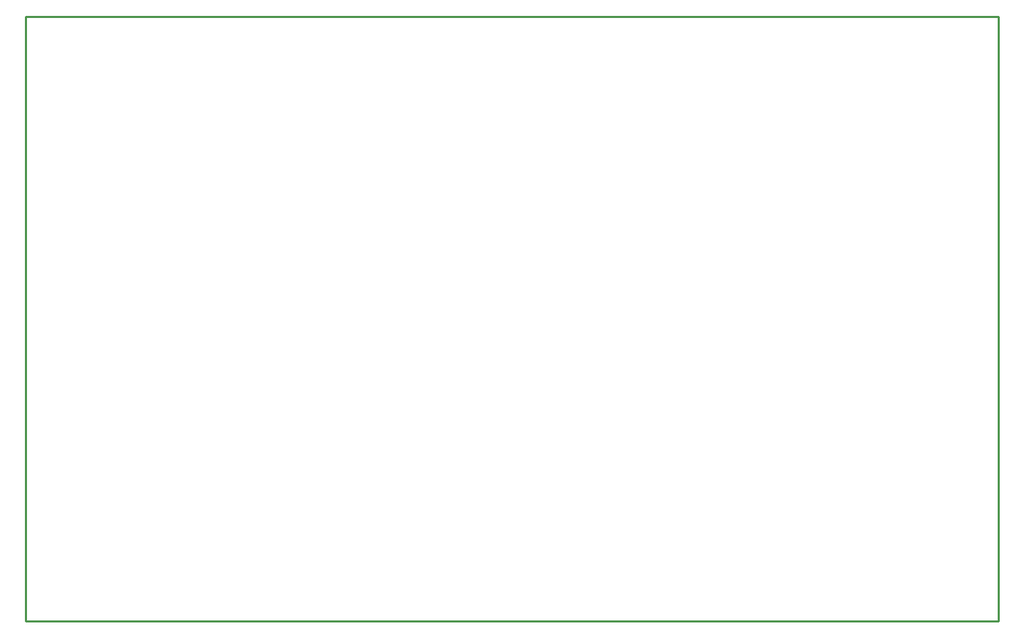
<source format=gbr>
G04 start of page 8 for group 6 idx 6 *
G04 Title: (unknown), outline *
G04 Creator: pcb 20140316 *
G04 CreationDate: Tue 28 Aug 2018 04:48:26 PM GMT UTC *
G04 For: cwispell *
G04 Format: Gerber/RS-274X *
G04 PCB-Dimensions (mil): 4685.04 2913.39 *
G04 PCB-Coordinate-Origin: lower left *
%MOIN*%
%FSLAX25Y25*%
%LNOUTLINE*%
%ADD118C,0.0100*%
G54D118*X0Y291339D02*Y0D01*
Y291339D02*X468504D01*
X0Y0D02*X468504D01*
Y291339D02*Y0D01*
M02*

</source>
